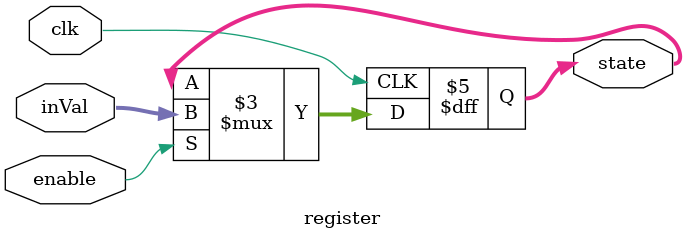
<source format=sv>
module register (output reg [1:N]state,input clk,input enable,input [1:N]inVal);
  parameter N=2;
  initial begin
    state=0;
  end
  always @ (posedge clk) begin   // quando il clock sale
    if (enable)
      state <= inVal;   // <= assegnamento asincrono
  end
endmodule

</source>
